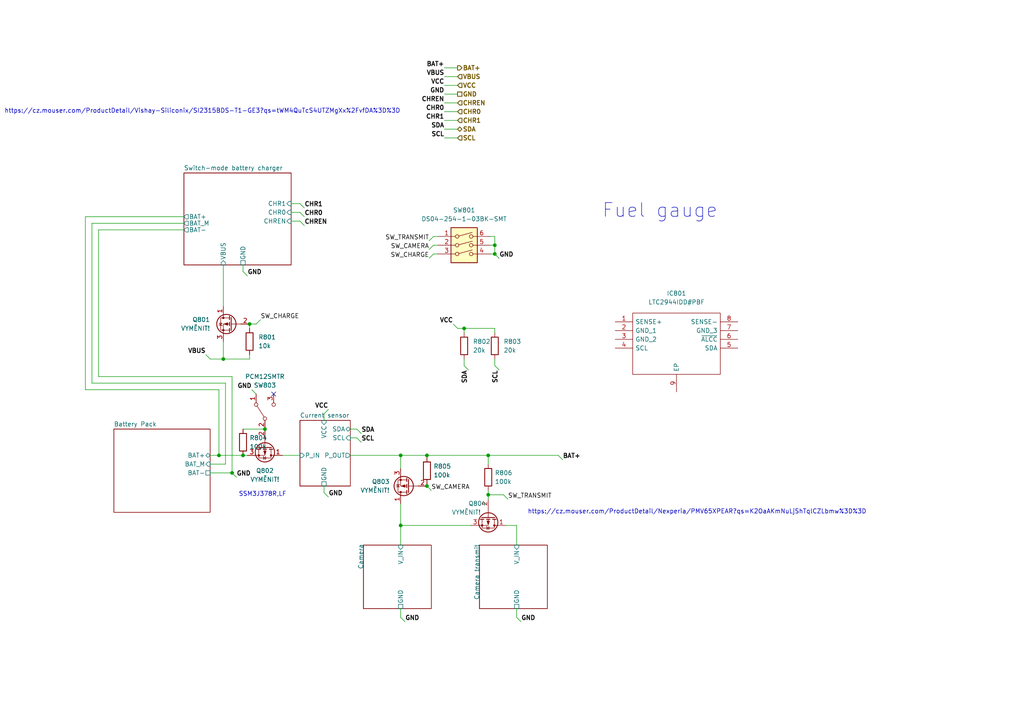
<source format=kicad_sch>
(kicad_sch (version 20211123) (generator eeschema)
  (paper "A4")
  (title_block (title "CanSat 2023") (rev "2023") (company "The Project SkyFall") (comment 1 "David Haisman"))
  (lib_symbols
    (symbol "Device:Q_PMOS_DGS" (pin_names (offset 0) hide)
      (property "Reference" "Q" (at 5.08 1.27 0))
      (property "Value" "Q_PMOS_DGS" (at 5.08 -1.27 0))
      (symbol "Q_PMOS_DGS_0_1"
        (polyline (pts (xy 0.254 0) (xy -2.54 0)))
        (polyline (pts (xy 0.254 1.905) (xy 0.254 -1.905)) (stroke (width 0.254)))
        (polyline (pts (xy 0.762 -1.27) (xy 0.762 -2.286)) (stroke (width 0.254)))
        (polyline (pts (xy 0.762 0.508) (xy 0.762 -0.508)) (stroke (width 0.254)))
        (polyline (pts (xy 0.762 2.286) (xy 0.762 1.27)) (stroke (width 0.254)))
        (polyline (pts (xy 2.54 2.54) (xy 2.54 1.778)))
        (polyline (pts (xy 2.54 -2.54) (xy 2.54 0) (xy 0.762 0)))
        (polyline (pts (xy 0.762 1.778) (xy 3.302 1.778) (xy 3.302 -1.778) (xy 0.762 -1.778)))
        (polyline (pts (xy 2.286 0) (xy 1.27 0.381) (xy 1.27 -0.381) (xy 2.286 0)) (fill (type outline)))
        (polyline (pts (xy 2.794 -0.508) (xy 2.921 -0.381) (xy 3.683 -0.381) (xy 3.81 -0.254)))
        (polyline (pts (xy 3.302 -0.381) (xy 2.921 0.254) (xy 3.683 0.254) (xy 3.302 -0.381)))
        (circle (center 1.651 0) (radius 2.794) (stroke (width 0.254)))
        (circle (center 2.54 -1.778) (radius 0.254) (fill (type outline)))
        (circle (center 2.54 1.778) (radius 0.254) (fill (type outline)))
      )
      (symbol "Q_PMOS_DGS_1_1"
        (pin passive line (at 2.54 5.08 270) (length 2.54) (name "D") (number "1"))
        (pin input line (at -5.08 0 0) (length 2.54) (name "G") (number "2"))
        (pin passive line (at 2.54 -5.08 90) (length 2.54) (name "S") (number "3"))
      )
    )
    (symbol "Device:R" (pin_numbers hide) (pin_names (offset 0))
      (property "Reference" "R" (at 2.032 0 90))
      (property "Value" "R" (at 0 0 90))
      (symbol "R_0_1"
        (rectangle (start -1.016 -2.54) (end 1.016 2.54) (stroke (width 0.254)))
      )
      (symbol "R_1_1"
        (pin passive line (at 0 3.81 270) (length 1.27) (name "~") (number "1"))
        (pin passive line (at 0 -3.81 90) (length 1.27) (name "~") (number "2"))
      )
    )
    (symbol "SamacSys_Parts2:LTC2944IDD#PBF" (pin_names (offset 0.762))
      (property "Reference" "IC" (at 31.75 7.62 0))
      (property "Value" "LTC2944IDD#PBF" (at 31.75 5.08 0))
      (symbol "LTC2944IDD#PBF_0_0"
        (pin passive line (at 0 0 0) (length 5.08) (name "SENSE+") (number "1"))
        (pin passive line (at 0 -2.54 0) (length 5.08) (name "GND_1") (number "2"))
        (pin passive line (at 0 -5.08 0) (length 5.08) (name "GND_2") (number "3"))
        (pin passive line (at 0 -7.62 0) (length 5.08) (name "SCL") (number "4"))
        (pin passive line (at 35.56 -7.62 180) (length 5.08) (name "SDA") (number "5"))
        (pin passive line (at 35.56 -5.08 180) (length 5.08) (name "~{ALCC}") (number "6"))
        (pin passive line (at 35.56 -2.54 180) (length 5.08) (name "GND_3") (number "7"))
        (pin passive line (at 35.56 0 180) (length 5.08) (name "SENSE-") (number "8"))
        (pin passive line (at 17.78 -20.32 90) (length 5.08) (name "EP") (number "9"))
      )
      (symbol "LTC2944IDD#PBF_0_1"
        (polyline (pts (xy 5.08 2.54) (xy 30.48 2.54) (xy 30.48 -15.24) (xy 5.08 -15.24) (xy 5.08 2.54)) (stroke (width 0.1524)))
      )
    )
    (symbol "Switch:SW_DIP_x03" (pin_names (offset 0) hide)
      (property "Reference" "SW" (at 0 8.89 0))
      (property "Value" "SW_DIP_x03" (at 0 -3.81 0))
      (symbol "SW_DIP_x03_0_0"
        (circle (center -2.032 0) (radius 0.508))
        (circle (center -2.032 2.54) (radius 0.508))
        (circle (center -2.032 5.08) (radius 0.508))
        (polyline (pts (xy -1.524 0.127) (xy 2.3622 1.1684)))
        (polyline (pts (xy -1.524 2.667) (xy 2.3622 3.7084)))
        (polyline (pts (xy -1.524 5.207) (xy 2.3622 6.2484)))
        (circle (center 2.032 0) (radius 0.508))
        (circle (center 2.032 2.54) (radius 0.508))
        (circle (center 2.032 5.08) (radius 0.508))
      )
      (symbol "SW_DIP_x03_0_1"
        (rectangle (start -3.81 7.62) (end 3.81 -2.54) (stroke (width 0.254)) (fill (type background)))
      )
      (symbol "SW_DIP_x03_1_1"
        (pin passive line (at -7.62 5.08 0) (length 5.08) (name "~") (number "1"))
        (pin passive line (at -7.62 2.54 0) (length 5.08) (name "~") (number "2"))
        (pin passive line (at -7.62 0 0) (length 5.08) (name "~") (number "3"))
        (pin passive line (at 7.62 0 180) (length 5.08) (name "~") (number "4"))
        (pin passive line (at 7.62 2.54 180) (length 5.08) (name "~") (number "5"))
        (pin passive line (at 7.62 5.08 180) (length 5.08) (name "~") (number "6"))
      )
    )
    (symbol "Switch:SW_SPDT" (pin_names (offset 0) hide)
      (property "Reference" "SW" (at 0 4.318 0))
      (property "Value" "SW_SPDT" (at 0 -5.08 0))
      (symbol "SW_SPDT_0_0"
        (circle (center -2.032 0) (radius 0.508))
        (circle (center 2.032 -2.54) (radius 0.508))
      )
      (symbol "SW_SPDT_0_1"
        (polyline (pts (xy -1.524 0.254) (xy 1.651 2.286)))
        (circle (center 2.032 2.54) (radius 0.508))
      )
      (symbol "SW_SPDT_1_1"
        (pin passive line (at 5.08 2.54 180) (length 2.54) (name "A") (number "1"))
        (pin passive line (at -5.08 0 0) (length 2.54) (name "B") (number "2"))
        (pin passive line (at 5.08 -2.54 180) (length 2.54) (name "C") (number "3"))
      )
    )
  )
  (junction (at 141.605 143.51))
  (junction (at 116.205 132.08))
  (junction (at 72.39 93.98))
  (junction (at 67.31 137.16))
  (junction (at 116.205 152.4))
  (junction (at 64.77 104.14))
  (junction (at 143.51 71.12))
  (junction (at 123.825 132.08))
  (junction (at 141.605 132.08))
  (junction (at 143.51 73.66))
  (junction (at 134.62 95.25))
  (junction (at 123.825 140.97))
  (junction (at 70.485 132.08))
  (junction (at 63.5 132.08))
  (junction (at 76.835 124.46))
  (no_connect (at 79.375 114.3))
  (wire (pts (xy 161.925 132.08) (xy 163.195 133.35)))
  (wire (pts (xy 143.51 71.12) (xy 142.24 71.12)))
  (wire (pts (xy 149.86 179.07) (xy 151.13 180.34)))
  (wire (pts (xy 63.5 132.08) (xy 63.5 113.03)))
  (wire (pts (xy 64.77 104.14) (xy 72.39 104.14)))
  (wire (pts (xy 70.485 132.08) (xy 71.755 132.08)))
  (wire (pts (xy 63.5 132.08) (xy 70.485 132.08)))
  (wire (pts (xy 70.485 78.74) (xy 71.755 80.01)))
  (wire (pts (xy 67.31 109.22) (xy 67.31 137.16)))
  (wire (pts (xy 125.73 68.58) (xy 124.46 69.85)))
  (wire (pts (xy 141.605 144.78) (xy 141.605 143.51)))
  (wire (pts (xy 149.86 179.07) (xy 149.86 176.53)))
  (wire (pts (xy 128.905 27.305) (xy 132.715 27.305)))
  (wire (pts (xy 136.525 152.4) (xy 116.205 152.4)))
  (wire (pts (xy 60.96 104.14) (xy 59.69 102.87)))
  (wire (pts (xy 143.51 95.25) (xy 134.62 95.25)))
  (wire (pts (xy 132.715 37.465) (xy 128.905 37.465)))
  (wire (pts (xy 143.51 73.66) (xy 142.24 73.66)))
  (wire (pts (xy 81.915 132.08) (xy 86.995 132.08)))
  (wire (pts (xy 72.39 95.25) (xy 72.39 93.98)))
  (wire (pts (xy 60.96 132.08) (xy 63.5 132.08)))
  (wire (pts (xy 64.77 76.835) (xy 64.77 88.9)))
  (wire (pts (xy 123.825 140.97) (xy 125.095 142.24)))
  (wire (pts (xy 143.51 104.14) (xy 143.51 106.045)))
  (wire (pts (xy 63.5 113.03) (xy 24.765 113.03)))
  (wire (pts (xy 93.98 142.875) (xy 95.25 144.145)))
  (wire (pts (xy 143.51 71.12) (xy 143.51 73.66)))
  (wire (pts (xy 124.46 74.93) (xy 125.73 73.66)))
  (wire (pts (xy 93.98 121.92) (xy 93.98 120.015)))
  (wire (pts (xy 143.51 106.045) (xy 144.78 107.315)))
  (wire (pts (xy 141.605 134.62) (xy 141.605 132.08)))
  (wire (pts (xy 116.205 146.05) (xy 116.205 152.4)))
  (wire (pts (xy 134.62 106.045) (xy 135.89 107.315)))
  (wire (pts (xy 84.455 59.055) (xy 86.995 59.055)))
  (wire (pts (xy 64.77 104.14) (xy 64.77 99.06)))
  (wire (pts (xy 84.455 64.135) (xy 86.995 64.135)))
  (wire (pts (xy 74.295 114.3) (xy 73.025 113.03)))
  (wire (pts (xy 149.86 158.115) (xy 149.86 152.4)))
  (wire (pts (xy 116.205 179.07) (xy 117.475 180.34)))
  (wire (pts (xy 116.205 132.08) (xy 116.205 135.89)))
  (wire (pts (xy 128.905 40.005) (xy 132.715 40.005)))
  (wire (pts (xy 142.24 68.58) (xy 143.51 68.58)))
  (wire (pts (xy 128.905 32.385) (xy 132.715 32.385)))
  (wire (pts (xy 103.505 127) (xy 104.775 128.27)))
  (wire (pts (xy 143.51 68.58) (xy 143.51 71.12)))
  (wire (pts (xy 60.96 134.62) (xy 65.405 134.62)))
  (wire (pts (xy 127 71.12) (xy 125.73 71.12)))
  (wire (pts (xy 125.73 73.66) (xy 127 73.66)))
  (wire (pts (xy 74.295 93.98) (xy 75.565 92.71)))
  (wire (pts (xy 101.6 124.46) (xy 103.505 124.46)))
  (wire (pts (xy 93.98 120.015) (xy 95.25 118.745)))
  (wire (pts (xy 134.62 96.52) (xy 134.62 95.25)))
  (wire (pts (xy 86.995 64.135) (xy 88.265 65.405)))
  (wire (pts (xy 101.6 132.08) (xy 116.205 132.08)))
  (wire (pts (xy 24.765 62.865) (xy 53.34 62.865)))
  (wire (pts (xy 141.605 143.51) (xy 141.605 142.24)))
  (wire (pts (xy 149.86 152.4) (xy 146.685 152.4)))
  (wire (pts (xy 70.485 124.46) (xy 76.835 124.46)))
  (wire (pts (xy 28.575 109.22) (xy 28.575 66.675)))
  (wire (pts (xy 127 68.58) (xy 125.73 68.58)))
  (wire (pts (xy 123.825 132.08) (xy 141.605 132.08)))
  (wire (pts (xy 128.905 22.225) (xy 132.715 22.225)))
  (wire (pts (xy 103.505 124.46) (xy 104.775 125.73)))
  (wire (pts (xy 65.405 111.125) (xy 65.405 134.62)))
  (wire (pts (xy 93.98 140.97) (xy 93.98 142.875)))
  (wire (pts (xy 141.605 132.08) (xy 161.925 132.08)))
  (wire (pts (xy 128.905 19.685) (xy 132.715 19.685)))
  (wire (pts (xy 116.205 176.53) (xy 116.205 179.07)))
  (wire (pts (xy 123.825 140.335) (xy 123.825 140.97)))
  (wire (pts (xy 72.39 102.87) (xy 72.39 104.14)))
  (wire (pts (xy 67.31 109.22) (xy 28.575 109.22)))
  (wire (pts (xy 143.51 96.52) (xy 143.51 95.25)))
  (wire (pts (xy 116.205 132.08) (xy 123.825 132.08)))
  (wire (pts (xy 131.445 93.98) (xy 132.715 95.25)))
  (wire (pts (xy 141.605 143.51) (xy 146.05 143.51)))
  (wire (pts (xy 134.62 104.14) (xy 134.62 106.045)))
  (wire (pts (xy 86.995 61.595) (xy 88.265 62.865)))
  (wire (pts (xy 134.62 95.25) (xy 132.715 95.25)))
  (wire (pts (xy 116.205 152.4) (xy 116.205 158.115)))
  (wire (pts (xy 128.905 24.765) (xy 132.715 24.765)))
  (wire (pts (xy 24.765 113.03) (xy 24.765 62.865)))
  (wire (pts (xy 146.05 143.51) (xy 147.32 144.78)))
  (wire (pts (xy 26.67 111.125) (xy 65.405 111.125)))
  (wire (pts (xy 86.995 59.055) (xy 88.265 60.325)))
  (wire (pts (xy 70.485 76.835) (xy 70.485 78.74)))
  (wire (pts (xy 123.825 132.715) (xy 123.825 132.08)))
  (wire (pts (xy 26.67 64.77) (xy 26.67 111.125)))
  (wire (pts (xy 101.6 127) (xy 103.505 127)))
  (wire (pts (xy 72.39 93.98) (xy 74.295 93.98)))
  (wire (pts (xy 143.51 73.66) (xy 144.78 74.93)))
  (wire (pts (xy 132.715 34.925) (xy 128.905 34.925)))
  (wire (pts (xy 28.575 66.675) (xy 53.34 66.675)))
  (wire (pts (xy 53.34 64.77) (xy 26.67 64.77)))
  (wire (pts (xy 124.46 72.39) (xy 125.73 71.12)))
  (wire (pts (xy 60.96 104.14) (xy 64.77 104.14)))
  (wire (pts (xy 84.455 61.595) (xy 86.995 61.595)))
  (wire (pts (xy 67.31 137.16) (xy 68.58 138.43)))
  (wire (pts (xy 132.715 29.845) (xy 128.905 29.845)))
  (wire (pts (xy 60.96 137.16) (xy 67.31 137.16)))
  (text "https://cz.mouser.com/ProductDetail/Nexperia/PMV65XPEAR?qs=K2OaAKmNuLjShTqlCZLbmw%3D%3D" (at 153.035 149.225 0) (effects (font (size 1.27 1.27)) (justify left bottom)))
  (text "https://cz.mouser.com/ProductDetail/Vishay-Siliconix/SI2315BDS-T1-GE3?qs=tWM4QuTcS4UTZMgXx%2FvfDA%3D%3D" (at 1.27 33.02 0) (effects (font (size 1.27 1.27)) (justify left bottom)))
  (text "SSM3J378R,LF" (at 69.215 144.145 0) (effects (font (size 1.27 1.27)) (justify left bottom)))
  (text "Fuel gauge\n" (at 208.28 63.5 180) (effects (font (size 4 4)) (justify right bottom)))
  (label "GND" (at 117.475 180.34 0) (effects (font bold)))
  (label "SW_CHARGE" (at 75.565 92.71 0))
  (label "VBUS" (at 59.69 102.87 180) (effects (font (thickness 0.254) bold)))
  (label "CHR1" (at 128.905 34.925 180) (effects (font bold)))
  (label "GND" (at 128.905 27.305 180) (effects (font (thickness 0.254) bold)))
  (label "VCC" (at 131.445 93.98 180) (effects (font (thickness 0.254) bold)))
  (label "GND" (at 151.13 180.34 0) (effects (font bold)))
  (label "CHREN" (at 88.265 65.405 0) (effects (font (thickness 0.254) bold)))
  (label "SW_CAMERA" (at 124.46 72.39 180))
  (label "CHR0" (at 128.905 32.385 180) (effects (font bold)))
  (label "BAT+" (at 128.905 19.685 180) (effects (font bold)))
  (label "GND" (at 95.25 144.145 0) (effects (font bold)))
  (label "BAT+" (at 163.195 133.35 0) (effects (font bold)))
  (label "GND" (at 144.78 74.93 0) (effects (font bold)))
  (label "SCL" (at 104.775 128.27 0) (effects (font bold)))
  (label "GND" (at 73.025 113.03 180) (effects (font bold)))
  (label "SCL" (at 144.78 107.315 270) (effects (font bold)))
  (label "SCL" (at 128.905 40.005 180) (effects (font bold)))
  (label "GND" (at 71.755 80.01 0) (effects (font bold)))
  (label "SW_CHARGE" (at 124.46 74.93 180))
  (label "SW_TRANSMIT" (at 124.46 69.85 180))
  (label "SW_TRANSMIT" (at 147.32 144.78 0))
  (label "CHR0" (at 88.265 62.865 0) (effects (font bold)))
  (label "SDA" (at 128.905 37.465 180) (effects (font bold)))
  (label "SDA" (at 104.775 125.73 0) (effects (font bold)))
  (label "SW_CAMERA" (at 125.095 142.24 0))
  (label "CHREN" (at 128.905 29.845 180) (effects (font (thickness 0.254) bold)))
  (label "CHR1" (at 88.265 60.325 0) (effects (font bold)))
  (label "VBUS" (at 128.905 22.225 180) (effects (font (thickness 0.254) bold)))
  (label "VCC" (at 128.905 24.765 180) (effects (font (thickness 0.254) bold)))
  (label "SDA" (at 135.89 107.315 270) (effects (font bold)))
  (label "GND" (at 68.58 138.43 0) (effects (font bold)))
  (label "VCC" (at 95.25 118.745 180) (effects (font (thickness 0.254) bold)))
  (hierarchical_label "VCC" (shape input) (at 132.715 24.765 0) (effects (font bold)))
  (hierarchical_label "BAT+" (shape output) (at 132.715 19.685 0) (effects (font bold)))
  (hierarchical_label "SDA" (shape bidirectional) (at 132.715 37.465 0) (effects (font bold)))
  (hierarchical_label "CHR1" (shape input) (at 132.715 34.925 0) (effects (font bold)))
  (hierarchical_label "CHREN" (shape input) (at 132.715 29.845 0) (effects (font bold)))
  (hierarchical_label "SCL" (shape input) (at 132.715 40.005 0) (effects (font bold)))
  (hierarchical_label "VBUS" (shape input) (at 132.715 22.225 0) (effects (font bold)))
  (hierarchical_label "GND" (shape passive) (at 132.715 27.305 0) (effects (font bold)))
  (hierarchical_label "CHR0" (shape input) (at 132.715 32.385 0) (effects (font bold)))
  (symbol (lib_id "Device:R") (at 143.51 100.33 0) (unit 1)
    (property "Reference" "R803" (at 146.05 99.0599 0) (effects (justify left)))
    (property "Value" "20k" (at 146.05 101.5999 0) (effects (justify left)))
    (property "Footprint" "Resistor_SMD:R_0402_1005Metric" (effects hide))
  )
  (symbol (lib_id "SamacSys_Parts2:LTC2944IDD#PBF") (at 178.435 93.345 0) (unit 1)
    (property "Reference" "IC801" (at 196.215 85.09 0))
    (property "Value" "LTC2944IDD#PBF" (at 196.215 87.63 0))
    (property "Footprint" "SamacSys_Parts2:SON50P300X300X80-9N-D" (effects hide))
    (property "Datasheet" "http://www.linear.com/docs/56648" (effects hide))
    (property "Description" "LINEAR TECHNOLOGY - LTC2944IDD#PBF - BATTERY GAS GAUGE, DFN-8" (effects hide))
    (property "Height" "0.8" (effects hide))
    (property "Mouser Part Number" "584-LTC2944IDDPBF" (effects hide))
    (property "Mouser Price/Stock" "https://www.mouser.co.uk/ProductDetail/Analog-Devices-Linear-Technology/LTC2944IDDPBF?qs=u4fy%2FsgLU9NZwhINvxz39A%3D%3D" (effects hide))
    (property "Manufacturer_Name" "Analog Devices" (effects hide))
    (property "Manufacturer_Part_Number" "LTC2944IDD#PBF" (effects hide))
  )
  (symbol (lib_id "Device:Q_PMOS_DGS") (at 141.605 149.86 270) (unit 1)
    (property "Reference" "Q804" (at 138.43 146.05 90))
    (property "Value" "VYMĚNIT!" (at 135.255 148.59 90))
  )
  (symbol (lib_id "Switch:SW_SPDT") (at 76.835 119.38 90) (unit 1)
    (property "Reference" "SW803" (at 76.835 111.76 90))
    (property "Value" "PCM12SMTR" (at 76.835 109.22 90))
  )
  (symbol (lib_id "Device:R") (at 123.825 136.525 0) (unit 1)
    (property "Reference" "R805" (at 125.73 135.2549 0) (effects (justify left)))
    (property "Value" "100k" (at 125.73 137.7949 0) (effects (justify left)))
    (property "Footprint" "Resistor_SMD:R_0402_1005Metric" (effects hide))
  )
  (symbol (lib_id "Device:R") (at 72.39 99.06 0) (unit 1)
    (property "Reference" "R801" (at 74.93 97.7899 0) (effects (justify left)))
    (property "Value" "10k" (at 74.93 100.3299 0) (effects (justify left)))
    (property "Footprint" "Resistor_SMD:R_0402_1005Metric" (effects hide))
  )
  (symbol (lib_id "Device:R") (at 70.485 128.27 0) (unit 1)
    (property "Reference" "R804" (at 72.39 126.9999 0) (effects (justify left)))
    (property "Value" "100k" (at 72.39 129.5399 0) (effects (justify left)))
    (property "Footprint" "Resistor_SMD:R_0402_1005Metric" (effects hide))
  )
  (symbol (lib_id "Device:R") (at 141.605 138.43 0) (unit 1)
    (property "Reference" "R806" (at 143.51 137.1599 0) (effects (justify left)))
    (property "Value" "100k" (at 143.51 139.6999 0) (effects (justify left)))
    (property "Footprint" "Resistor_SMD:R_0402_1005Metric" (effects hide))
  )
  (symbol (lib_id "Device:R") (at 134.62 100.33 0) (unit 1)
    (property "Reference" "R802" (at 137.16 99.0599 0) (effects (justify left)))
    (property "Value" "20k" (at 137.16 101.5999 0) (effects (justify left)))
    (property "Footprint" "Resistor_SMD:R_0402_1005Metric" (effects hide))
  )
  (symbol (lib_id "Device:Q_PMOS_DGS") (at 118.745 140.97 180) (unit 1)
    (property "Reference" "Q803" (at 113.03 139.6999 0) (effects (justify left)))
    (property "Value" "VYMĚNIT!" (at 113.03 142.2399 0) (effects (justify left)))
  )
  (symbol (lib_id "Device:Q_PMOS_DGS") (at 67.31 93.98 0) (mirror y) (unit 1)
    (property "Reference" "Q801" (at 60.96 92.7099 0) (effects (justify left)))
    (property "Value" "VYMĚNIT!" (at 60.96 95.2499 0) (effects (justify left)))
  )
  (symbol (lib_id "Switch:SW_DIP_x03") (at 134.62 73.66 0) (unit 1)
    (property "Reference" "SW801" (at 134.62 60.96 0))
    (property "Value" "DS04-254-1-03BK-SMT" (at 134.62 63.5 0))
    (property "Footprint" "Button_Switch_SMD:SW_DIP_SPSTx03_Slide_Omron_A6S-310x_W8.9mm_P2.54mm" (effects hide))
    (property "Shop" "https://cz.mouser.com/ProductDetail/CUI-Devices/DS04-254-1-03BK-SMT?qs=wnTfsH77Xs6AM9RonXx4xg%3D%3D" (effects hide))
  )
  (symbol (lib_id "Device:Q_PMOS_DGS") (at 76.835 129.54 270) (unit 1)
    (property "Reference" "Q802" (at 76.835 136.525 90))
    (property "Value" "VYMĚNIT!" (at 76.835 139.065 90))
  )
  (sheet (at 105.41 158.115) (size 19.685 18.415) (stroke (width 0.1524))
    (property "Sheet name" "Camera" (at 105.41 165.1 90) (effects (justify left bottom)))
    (property "Sheet file" "camera.kicad_sch" (effects hide))
    (pin "V_IN" input (at 116.205 158.115 90))
    (pin "GND" passive (at 116.205 176.53 270))
  )
  (sheet (at 139.065 158.115) (size 19.685 18.415) (stroke (width 0.1524))
    (property "Sheet name" "Camera transmit" (at 139.065 173.99 90) (effects (justify left bottom)))
    (property "Sheet file" "camTransmit.kicad_sch" (effects hide))
    (pin "GND" passive (at 149.86 176.53 270))
    (pin "V_IN" input (at 149.86 158.115 90))
  )
  (sheet (at 86.995 121.92) (size 14.605 19.05) (stroke (width 0.1524))
    (property "Sheet name" "Current sensor" (at 86.995 121.2084 0) (effects (justify left bottom)))
    (property "Sheet file" "currentSensor.kicad_sch" (effects hide))
    (pin "VCC" input (at 93.98 121.92 90))
    (pin "GND" passive (at 93.98 140.97 270))
    (pin "P_IN" input (at 86.995 132.08 180))
    (pin "P_OUT" output (at 101.6 132.08 0))
    (pin "SDA" bidirectional (at 101.6 124.46 0))
    (pin "SCL" input (at 101.6 127 0))
  )
  (sheet (at 33.02 124.46) (size 27.94 24.13) (stroke (width 0.1524))
    (property "Sheet name" "Battery Pack" (at 33.02 123.7484 0) (effects (justify left bottom)))
    (property "Sheet file" "batteryPack.kicad_sch" (effects hide))
    (pin "BAT-" passive (at 60.96 137.16 0))
    (pin "BAT+" bidirectional (at 60.96 132.08 0))
    (pin "BAT_M" input (at 60.96 134.62 0))
  )
  (sheet (at 53.34 50.165) (size 31.115 26.67) (stroke (width 0.1524))
    (property "Sheet name" "Switch-mode battery charger" (at 53.34 49.4534 0) (effects (justify left bottom)))
    (property "Sheet file" "batteryCharger.kicad_sch" (effects hide))
    (pin "GND" passive (at 70.485 76.835 270))
    (pin "VBUS" input (at 64.77 76.835 270))
    (pin "BAT+" output (at 53.34 62.865 180))
    (pin "CHREN" input (at 84.455 64.135 0))
    (pin "CHR0" input (at 84.455 61.595 0))
    (pin "CHR1" input (at 84.455 59.055 0))
    (pin "BAT_M" output (at 53.34 64.77 180))
    (pin "BAT-" output (at 53.34 66.675 180))
  )
)
</source>
